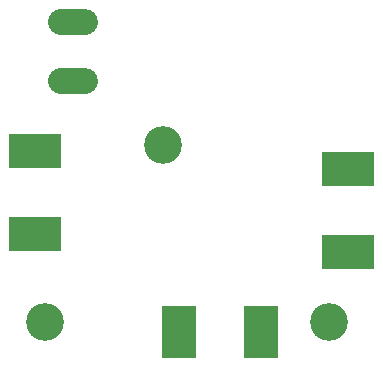
<source format=gbr>
G04 EAGLE Gerber RS-274X export*
G75*
%MOMM*%
%FSLAX34Y34*%
%LPD*%
%INSoldermask Bottom*%
%IPPOS*%
%AMOC8*
5,1,8,0,0,1.08239X$1,22.5*%
G01*
%ADD10C,3.203200*%
%ADD11C,2.184400*%
%ADD12R,2.870200X4.394200*%
%ADD13R,4.394200X2.870200*%


D10*
X40000Y40000D03*
X280000Y40000D03*
X140000Y190000D03*
D11*
X73406Y244094D02*
X53594Y244094D01*
X53594Y294132D02*
X73406Y294132D01*
D12*
X222906Y31314D03*
X153014Y31314D03*
D13*
X31314Y114914D03*
X31314Y184806D03*
X296346Y169566D03*
X296346Y99674D03*
M02*

</source>
